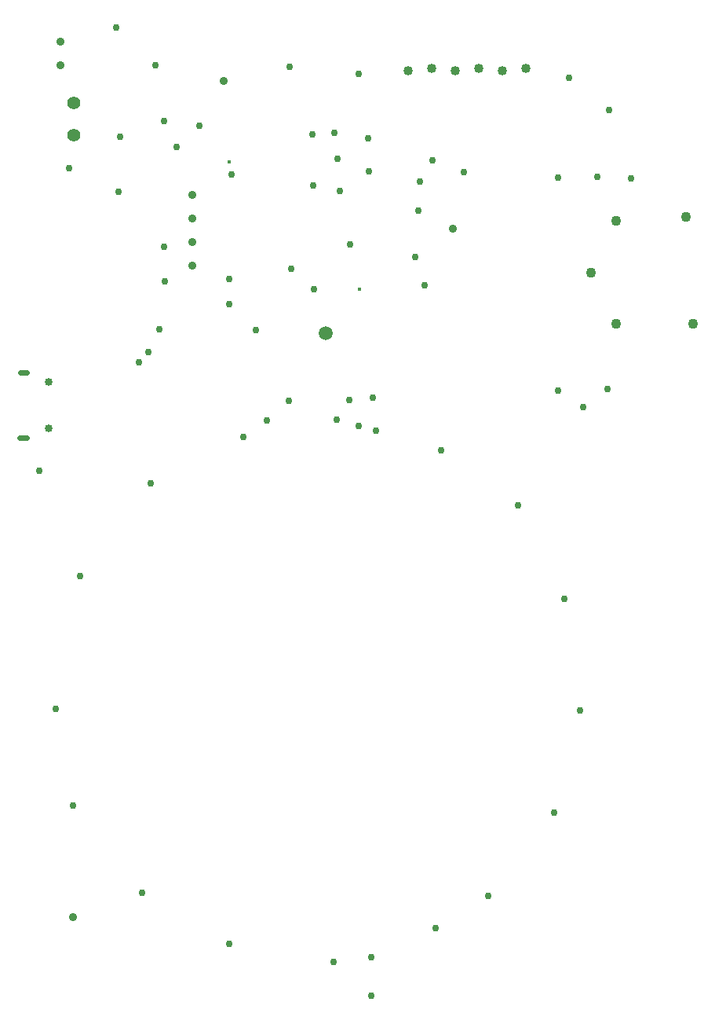
<source format=gbr>
%TF.GenerationSoftware,Novarm,DipTrace,3.3.1.3*%
%TF.CreationDate,2021-03-19T21:20:45+00:00*%
%FSLAX35Y35*%
%MOMM*%
%TF.FileFunction,Plated,1,2,PTH,Drill*%
%TF.Part,Single*%
%TA.AperFunction,ViaDrill*%
%ADD15C,0.381*%
%TA.AperFunction,ComponentDrill*%
%ADD18C,1.016*%
%ADD20C,0.6*%
%TA.AperFunction,ViaDrill*%
%ADD76C,0.762*%
%TA.AperFunction,ComponentDrill*%
%ADD78C,1.5*%
%ADD79C,1.4*%
%ADD80C,1.1*%
%ADD81C,0.85*%
%ADD82C,0.9*%
G75*
G01*
D78*
X-3940360Y5807717D3*
D18*
X-1782283Y8655817D3*
X-2036283Y8630417D3*
X-2290283Y8655817D3*
X-2544283Y8630417D3*
X-2798283Y8655817D3*
X-3052283Y8630417D3*
D79*
X-6657497Y7938443D3*
Y8288443D3*
D80*
X-813523Y5909017D3*
X-1083523Y6459190D3*
X16477Y5904190D3*
X-53523Y7059017D3*
X-813523Y7019017D3*
D81*
X-6935290Y5283907D3*
X-6935590Y4780307D3*
X-7170290Y5383707D2*
D20*
X-7240290D1*
X-7173090Y4683007D2*
X-7243090D1*
D82*
X-2570120Y6929487D3*
X-5047060Y8526670D3*
X-6669557Y-481820D3*
X-5386087Y6536420D3*
Y6790420D3*
Y7044420D3*
Y7298420D3*
X-6800937Y8694577D3*
Y8948577D3*
D76*
X-5777383Y8690853D3*
X-4077970Y7394493D3*
X-3478117Y7549610D3*
X-3850247Y7964957D3*
X-3793483Y7340390D3*
X-3812177Y7689177D3*
X-3484997Y7907827D3*
X-4083623Y7944867D3*
X-7035748Y4327560D3*
X-2943003Y7126443D3*
X-2975847Y6629673D3*
X-2793537Y7667533D3*
X-5680030Y6363883D3*
X-5686200Y6740197D3*
X-5548017Y7812040D3*
X-5305743Y8040493D3*
X-6162463Y7920167D3*
X-5684917Y8092937D3*
D15*
X-4985027Y7649100D3*
D76*
X-4956987Y7513990D3*
X-6175563Y7331233D3*
X-3586577Y8598127D3*
X-1317073Y8559493D3*
X-650360Y7474940D3*
X-5737093Y5848980D3*
X-1014443Y7488853D3*
X-1441140Y7486533D3*
X-2928223Y7440247D3*
X-2454053Y7538417D3*
X-3683823Y6767193D3*
D15*
X-3582403Y6277763D3*
D76*
X-4329830Y8677717D3*
X-2872303Y6325043D3*
X-4341160Y5076123D3*
X-3687023Y5085530D3*
X-3436960Y5111653D3*
X-3453357Y-1335007D3*
X-4698930Y5841934D3*
X-6714943Y7586473D3*
X-6206643Y9098980D3*
X-1435627Y5190627D3*
X-903703Y5201763D3*
X-1169610Y5008823D3*
X-4072777Y6281397D3*
X-4313953Y6502583D3*
X-5854867Y5599130D3*
X-5959207Y5494790D3*
X-5829833Y4191843D3*
X-4829580Y4688237D3*
X-4578587Y4862437D3*
X-3587717Y4807037D3*
X-3404107Y4757970D3*
X-3822010Y4873713D3*
X-2697923Y4540747D3*
X-1871263Y3951597D3*
X-3453357Y-916990D3*
X-5924930Y-220653D3*
X-4984270Y-773830D3*
X-6665157Y721047D3*
X-2760800Y-600937D3*
X-2186640Y-259123D3*
X-1476990Y639083D3*
X-1199400Y1742797D3*
X-1368670Y2946457D3*
X-6594677Y3189873D3*
X-6857967Y1759180D3*
X-3862443Y-968257D3*
X-4982230Y6389437D3*
Y6123593D3*
X-884423Y8207213D3*
M02*

</source>
